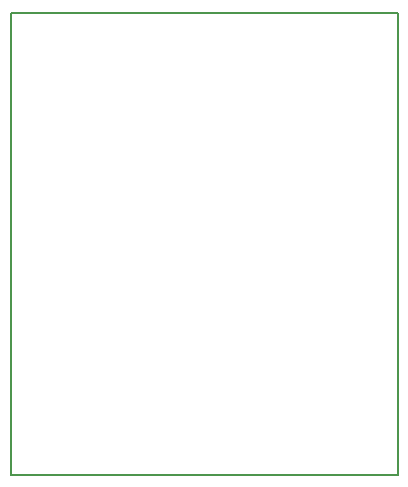
<source format=gm1>
G04 #@! TF.GenerationSoftware,KiCad,Pcbnew,(5.0.1-3-g963ef8bb5)*
G04 #@! TF.CreationDate,2018-11-21T19:49:20+01:00*
G04 #@! TF.ProjectId,DAC_ISL5857,4441435F49534C353835372E6B696361,A*
G04 #@! TF.SameCoordinates,Original*
G04 #@! TF.FileFunction,Profile,NP*
%FSLAX46Y46*%
G04 Gerber Fmt 4.6, Leading zero omitted, Abs format (unit mm)*
G04 Created by KiCad (PCBNEW (5.0.1-3-g963ef8bb5)) date Wednesday, 21 November 2018 at 19:49:20*
%MOMM*%
%LPD*%
G01*
G04 APERTURE LIST*
%ADD10C,0.150000*%
G04 APERTURE END LIST*
D10*
X162306000Y-82042000D02*
X162306000Y-121158000D01*
X162306000Y-121158000D02*
X129540000Y-121158000D01*
X129540000Y-82042000D02*
X162306000Y-82042000D01*
X129540000Y-121158000D02*
X129540000Y-82042000D01*
M02*

</source>
